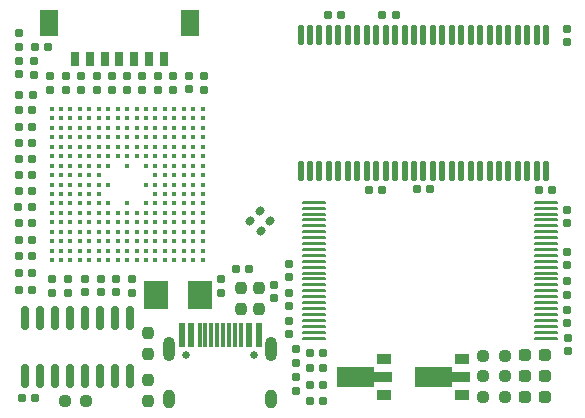
<source format=gts>
G04 #@! TF.GenerationSoftware,KiCad,Pcbnew,7.0.1-0*
G04 #@! TF.CreationDate,2023-05-01T16:00:43+08:00*
G04 #@! TF.ProjectId,slimarm_almond_mini,736c696d-6172-46d5-9f61-6c6d6f6e645f,rev?*
G04 #@! TF.SameCoordinates,Original*
G04 #@! TF.FileFunction,Soldermask,Top*
G04 #@! TF.FilePolarity,Negative*
%FSLAX46Y46*%
G04 Gerber Fmt 4.6, Leading zero omitted, Abs format (unit mm)*
G04 Created by KiCad (PCBNEW 7.0.1-0) date 2023-05-01 16:00:43*
%MOMM*%
%LPD*%
G01*
G04 APERTURE LIST*
G04 Aperture macros list*
%AMRoundRect*
0 Rectangle with rounded corners*
0 $1 Rounding radius*
0 $2 $3 $4 $5 $6 $7 $8 $9 X,Y pos of 4 corners*
0 Add a 4 corners polygon primitive as box body*
4,1,4,$2,$3,$4,$5,$6,$7,$8,$9,$2,$3,0*
0 Add four circle primitives for the rounded corners*
1,1,$1+$1,$2,$3*
1,1,$1+$1,$4,$5*
1,1,$1+$1,$6,$7*
1,1,$1+$1,$8,$9*
0 Add four rect primitives between the rounded corners*
20,1,$1+$1,$2,$3,$4,$5,0*
20,1,$1+$1,$4,$5,$6,$7,0*
20,1,$1+$1,$6,$7,$8,$9,0*
20,1,$1+$1,$8,$9,$2,$3,0*%
%AMFreePoly0*
4,1,9,3.862500,-0.866500,0.737500,-0.866500,0.737500,-0.450000,-0.737500,-0.450000,-0.737500,0.450000,0.737500,0.450000,0.737500,0.866500,3.862500,0.866500,3.862500,-0.866500,3.862500,-0.866500,$1*%
G04 Aperture macros list end*
%ADD10RoundRect,0.155000X0.212500X0.155000X-0.212500X0.155000X-0.212500X-0.155000X0.212500X-0.155000X0*%
%ADD11RoundRect,0.237500X-0.237500X0.250000X-0.237500X-0.250000X0.237500X-0.250000X0.237500X0.250000X0*%
%ADD12RoundRect,0.155000X-0.155000X0.212500X-0.155000X-0.212500X0.155000X-0.212500X0.155000X0.212500X0*%
%ADD13RoundRect,0.155000X-0.212500X-0.155000X0.212500X-0.155000X0.212500X0.155000X-0.212500X0.155000X0*%
%ADD14C,0.410000*%
%ADD15RoundRect,0.237500X0.287500X0.237500X-0.287500X0.237500X-0.287500X-0.237500X0.287500X-0.237500X0*%
%ADD16RoundRect,0.155000X0.155000X-0.212500X0.155000X0.212500X-0.155000X0.212500X-0.155000X-0.212500X0*%
%ADD17R,1.300000X0.900000*%
%ADD18FreePoly0,180.000000*%
%ADD19R,0.711200X1.270000*%
%ADD20R,1.600200X2.209800*%
%ADD21RoundRect,0.155000X-0.040659X-0.259862X0.259862X0.040659X0.040659X0.259862X-0.259862X-0.040659X0*%
%ADD22RoundRect,0.127000X0.127000X-0.719900X0.127000X0.719900X-0.127000X0.719900X-0.127000X-0.719900X0*%
%ADD23RoundRect,0.063500X0.952500X0.063500X-0.952500X0.063500X-0.952500X-0.063500X0.952500X-0.063500X0*%
%ADD24RoundRect,0.150000X0.150000X-0.825000X0.150000X0.825000X-0.150000X0.825000X-0.150000X-0.825000X0*%
%ADD25RoundRect,0.237500X0.237500X-0.250000X0.237500X0.250000X-0.237500X0.250000X-0.237500X-0.250000X0*%
%ADD26RoundRect,0.237500X-0.250000X-0.237500X0.250000X-0.237500X0.250000X0.237500X-0.250000X0.237500X0*%
%ADD27R,2.000000X2.400000*%
%ADD28C,0.650000*%
%ADD29R,0.600000X1.450000*%
%ADD30R,0.300000X2.000000*%
%ADD31R,0.600000X2.000000*%
%ADD32O,1.000000X2.100000*%
%ADD33O,1.000000X1.600000*%
G04 APERTURE END LIST*
D10*
G04 #@! TO.C,C48*
X48857500Y-44460000D03*
X47722500Y-44460000D03*
G04 #@! TD*
D11*
G04 #@! TO.C,R7*
X34000000Y-40057500D03*
X34000000Y-41882500D03*
G04 #@! TD*
D12*
G04 #@! TO.C,C21*
X25710000Y-18342500D03*
X25710000Y-19477500D03*
G04 #@! TD*
G04 #@! TO.C,C40*
X30950000Y-18322500D03*
X30950000Y-19457500D03*
G04 #@! TD*
D13*
G04 #@! TO.C,C14*
X49262500Y-13180000D03*
X50397500Y-13180000D03*
G04 #@! TD*
D12*
G04 #@! TO.C,C35*
X31310000Y-35500000D03*
X31310000Y-36635000D03*
G04 #@! TD*
D13*
G04 #@! TO.C,C43*
X23085000Y-25340000D03*
X24220000Y-25340000D03*
G04 #@! TD*
D14*
G04 #@! TO.C,IC1*
X38650000Y-21100000D03*
X38650000Y-21900000D03*
X38650000Y-22700000D03*
X38650000Y-23500000D03*
X38650000Y-24300000D03*
X38650000Y-25100000D03*
X38650000Y-25900000D03*
X38650000Y-26700000D03*
X38650000Y-27500000D03*
X38650000Y-28300000D03*
X38650000Y-29100000D03*
X38650000Y-29900000D03*
X38650000Y-30700000D03*
X38650000Y-31500000D03*
X38650000Y-32300000D03*
X38650000Y-33100000D03*
X38650000Y-33900000D03*
X37850000Y-21100000D03*
X37850000Y-21900000D03*
X37850000Y-22700000D03*
X37850000Y-23500000D03*
X37850000Y-24300000D03*
X37850000Y-25100000D03*
X37850000Y-25900000D03*
X37850000Y-26700000D03*
X37850000Y-27500000D03*
X37850000Y-28300000D03*
X37850000Y-29100000D03*
X37850000Y-29900000D03*
X37850000Y-30700000D03*
X37850000Y-31500000D03*
X37850000Y-32300000D03*
X37850000Y-33100000D03*
X37850000Y-33900000D03*
X37050000Y-21100000D03*
X37050000Y-21900000D03*
X37050000Y-22700000D03*
X37050000Y-23500000D03*
X37050000Y-24300000D03*
X37050000Y-25100000D03*
X37050000Y-25900000D03*
X37050000Y-26700000D03*
X37050000Y-27500000D03*
X37050000Y-28300000D03*
X37050000Y-29100000D03*
X37050000Y-29900000D03*
X37050000Y-30700000D03*
X37050000Y-31500000D03*
X37050000Y-32300000D03*
X37050000Y-33100000D03*
X37050000Y-33900000D03*
X36250000Y-21100000D03*
X36250000Y-21900000D03*
X36250000Y-22700000D03*
X36250000Y-23500000D03*
X36250000Y-24300000D03*
X36250000Y-25100000D03*
X36250000Y-25900000D03*
X36250000Y-26700000D03*
X36250000Y-27500000D03*
X36250000Y-28300000D03*
X36250000Y-29100000D03*
X36250000Y-29900000D03*
X36250000Y-30700000D03*
X36250000Y-31500000D03*
X36250000Y-32300000D03*
X36250000Y-33100000D03*
X36250000Y-33900000D03*
X35450000Y-21100000D03*
X35450000Y-21900000D03*
X35450000Y-22700000D03*
X35450000Y-23500000D03*
X35450000Y-24300000D03*
X35450000Y-25100000D03*
X35450000Y-25900000D03*
X35450000Y-26700000D03*
X35450000Y-27500000D03*
X35450000Y-28300000D03*
X35450000Y-29100000D03*
X35450000Y-29900000D03*
X35450000Y-30700000D03*
X35450000Y-31500000D03*
X35450000Y-32300000D03*
X35450000Y-33100000D03*
X35450000Y-33900000D03*
X34650000Y-21100000D03*
X34650000Y-21900000D03*
X34650000Y-22700000D03*
X34650000Y-23500000D03*
X34650000Y-24300000D03*
X34650000Y-25100000D03*
X34650000Y-25900000D03*
X34650000Y-26700000D03*
X34650000Y-27500000D03*
X34650000Y-28300000D03*
X34650000Y-29100000D03*
X34650000Y-29900000D03*
X34650000Y-30700000D03*
X34650000Y-31500000D03*
X34650000Y-32300000D03*
X34650000Y-33100000D03*
X34650000Y-33900000D03*
X33850000Y-21100000D03*
X33850000Y-21900000D03*
X33850000Y-22700000D03*
X33850000Y-23500000D03*
X33850000Y-24300000D03*
X33850000Y-25100000D03*
X33850000Y-25900000D03*
X33850000Y-27500000D03*
X33850000Y-29100000D03*
X33850000Y-29900000D03*
X33850000Y-30700000D03*
X33850000Y-31500000D03*
X33850000Y-32300000D03*
X33850000Y-33100000D03*
X33850000Y-33900000D03*
X33050000Y-21100000D03*
X33050000Y-21900000D03*
X33050000Y-22700000D03*
X33050000Y-23500000D03*
X33050000Y-24300000D03*
X33050000Y-25100000D03*
X33050000Y-29900000D03*
X33050000Y-30700000D03*
X33050000Y-31500000D03*
X33050000Y-32300000D03*
X33050000Y-33100000D03*
X33050000Y-33900000D03*
X32250000Y-21100000D03*
X32250000Y-21900000D03*
X32250000Y-22700000D03*
X32250000Y-23500000D03*
X32250000Y-24300000D03*
X32250000Y-25100000D03*
X32250000Y-25900000D03*
X32250000Y-29100000D03*
X32250000Y-29900000D03*
X32250000Y-30700000D03*
X32250000Y-31500000D03*
X32250000Y-32300000D03*
X32250000Y-33100000D03*
X32250000Y-33900000D03*
X31450000Y-21100000D03*
X31450000Y-21900000D03*
X31450000Y-22700000D03*
X31450000Y-23500000D03*
X31450000Y-24300000D03*
X31450000Y-25100000D03*
X31450000Y-29900000D03*
X31450000Y-30700000D03*
X31450000Y-31500000D03*
X31450000Y-32300000D03*
X31450000Y-33100000D03*
X31450000Y-33900000D03*
X30650000Y-21100000D03*
X30650000Y-21900000D03*
X30650000Y-22700000D03*
X30650000Y-23500000D03*
X30650000Y-24300000D03*
X30650000Y-25100000D03*
X30650000Y-25900000D03*
X30650000Y-27500000D03*
X30650000Y-29100000D03*
X30650000Y-29900000D03*
X30650000Y-30700000D03*
X30650000Y-31500000D03*
X30650000Y-32300000D03*
X30650000Y-33100000D03*
X30650000Y-33900000D03*
X29850000Y-21100000D03*
X29850000Y-21900000D03*
X29850000Y-22700000D03*
X29850000Y-23500000D03*
X29850000Y-24300000D03*
X29850000Y-25100000D03*
X29850000Y-25900000D03*
X29850000Y-26700000D03*
X29850000Y-27500000D03*
X29850000Y-28300000D03*
X29850000Y-29100000D03*
X29850000Y-29900000D03*
X29850000Y-30700000D03*
X29850000Y-31500000D03*
X29850000Y-32300000D03*
X29850000Y-33100000D03*
X29850000Y-33900000D03*
X29050000Y-21100000D03*
X29050000Y-21900000D03*
X29050000Y-22700000D03*
X29050000Y-23500000D03*
X29050000Y-24300000D03*
X29050000Y-25100000D03*
X29050000Y-25900000D03*
X29050000Y-26700000D03*
X29050000Y-27500000D03*
X29050000Y-28300000D03*
X29050000Y-29100000D03*
X29050000Y-29900000D03*
X29050000Y-30700000D03*
X29050000Y-31500000D03*
X29050000Y-32300000D03*
X29050000Y-33100000D03*
X29050000Y-33900000D03*
X28250000Y-21100000D03*
X28250000Y-21900000D03*
X28250000Y-22700000D03*
X28250000Y-23500000D03*
X28250000Y-24300000D03*
X28250000Y-25100000D03*
X28250000Y-25900000D03*
X28250000Y-26700000D03*
X28250000Y-27500000D03*
X28250000Y-28300000D03*
X28250000Y-29100000D03*
X28250000Y-29900000D03*
X28250000Y-30700000D03*
X28250000Y-31500000D03*
X28250000Y-32300000D03*
X28250000Y-33100000D03*
X28250000Y-33900000D03*
X27450000Y-21100000D03*
X27450000Y-21900000D03*
X27450000Y-22700000D03*
X27450000Y-23500000D03*
X27450000Y-24300000D03*
X27450000Y-25100000D03*
X27450000Y-25900000D03*
X27450000Y-26700000D03*
X27450000Y-27500000D03*
X27450000Y-28300000D03*
X27450000Y-29100000D03*
X27450000Y-29900000D03*
X27450000Y-30700000D03*
X27450000Y-31500000D03*
X27450000Y-32300000D03*
X27450000Y-33100000D03*
X27450000Y-33900000D03*
X26650000Y-21100000D03*
X26650000Y-21900000D03*
X26650000Y-22700000D03*
X26650000Y-23500000D03*
X26650000Y-24300000D03*
X26650000Y-25100000D03*
X26650000Y-25900000D03*
X26650000Y-26700000D03*
X26650000Y-27500000D03*
X26650000Y-28300000D03*
X26650000Y-29100000D03*
X26650000Y-29900000D03*
X26650000Y-30700000D03*
X26650000Y-31500000D03*
X26650000Y-32300000D03*
X26650000Y-33100000D03*
X26650000Y-33900000D03*
X25850000Y-21100000D03*
X25850000Y-21900000D03*
X25850000Y-22700000D03*
X25850000Y-23500000D03*
X25850000Y-24300000D03*
X25850000Y-25100000D03*
X25850000Y-25900000D03*
X25850000Y-26700000D03*
X25850000Y-27500000D03*
X25850000Y-28300000D03*
X25850000Y-29100000D03*
X25850000Y-29900000D03*
X25850000Y-30700000D03*
X25850000Y-31500000D03*
X25850000Y-32300000D03*
X25850000Y-33100000D03*
X25850000Y-33900000D03*
G04 #@! TD*
D15*
G04 #@! TO.C,D2*
X67645000Y-41962000D03*
X65895000Y-41962000D03*
G04 #@! TD*
D12*
G04 #@! TO.C,C18*
X38720000Y-18322500D03*
X38720000Y-19457500D03*
G04 #@! TD*
D16*
G04 #@! TO.C,C28*
X25880000Y-36647500D03*
X25880000Y-35512500D03*
G04 #@! TD*
D10*
G04 #@! TO.C,C26*
X57917500Y-27900000D03*
X56782500Y-27900000D03*
G04 #@! TD*
D16*
G04 #@! TO.C,C30*
X27250000Y-36647500D03*
X27250000Y-35512500D03*
G04 #@! TD*
D12*
G04 #@! TO.C,C11*
X69480000Y-29632500D03*
X69480000Y-30767500D03*
G04 #@! TD*
G04 #@! TO.C,C25*
X69530000Y-33192500D03*
X69530000Y-34327500D03*
G04 #@! TD*
D17*
G04 #@! TO.C,U6*
X54030000Y-45290000D03*
D18*
X53942500Y-43790000D03*
D17*
X54030000Y-42290000D03*
G04 #@! TD*
D12*
G04 #@! TO.C,C7*
X69550000Y-40472500D03*
X69550000Y-41607500D03*
G04 #@! TD*
G04 #@! TO.C,C41*
X36170000Y-18332500D03*
X36170000Y-19467500D03*
G04 #@! TD*
D10*
G04 #@! TO.C,C24*
X53857500Y-27980000D03*
X52722500Y-27980000D03*
G04 #@! TD*
D13*
G04 #@! TO.C,C45*
X23092500Y-21200000D03*
X24227500Y-21200000D03*
G04 #@! TD*
D16*
G04 #@! TO.C,R14*
X23060000Y-18177500D03*
X23060000Y-17042500D03*
G04 #@! TD*
G04 #@! TO.C,C12*
X40220000Y-36657500D03*
X40220000Y-35522500D03*
G04 #@! TD*
D13*
G04 #@! TO.C,C38*
X23055000Y-30794000D03*
X24190000Y-30794000D03*
G04 #@! TD*
D15*
G04 #@! TO.C,D3*
X67670000Y-45518000D03*
X65920000Y-45518000D03*
G04 #@! TD*
D12*
G04 #@! TO.C,C22*
X34870000Y-18322500D03*
X34870000Y-19457500D03*
G04 #@! TD*
D19*
G04 #@! TO.C,J3*
X27852900Y-16854000D03*
X29102900Y-16854000D03*
X30352900Y-16854000D03*
X31602900Y-16854000D03*
X32852900Y-16854000D03*
X34102900Y-16854000D03*
X35352900Y-16854000D03*
D20*
X37600000Y-13780000D03*
X25605800Y-13780000D03*
G04 #@! TD*
D12*
G04 #@! TO.C,C39*
X32230000Y-18322500D03*
X32230000Y-19457500D03*
G04 #@! TD*
D13*
G04 #@! TO.C,C50*
X47712500Y-43040000D03*
X48847500Y-43040000D03*
G04 #@! TD*
D10*
G04 #@! TO.C,C17*
X48867500Y-45800000D03*
X47732500Y-45800000D03*
G04 #@! TD*
D21*
G04 #@! TO.C,C3*
X42688717Y-30561283D03*
X43491283Y-29758717D03*
G04 #@! TD*
D22*
G04 #@! TO.C,U4*
X46937200Y-26351950D03*
X47737300Y-26351950D03*
X48537400Y-26351950D03*
X49337500Y-26351950D03*
X50137600Y-26351950D03*
X50937700Y-26351950D03*
X51737800Y-26351950D03*
X52537900Y-26351950D03*
X53338000Y-26351950D03*
X54138100Y-26351950D03*
X54938200Y-26351950D03*
X55738300Y-26351950D03*
X56538400Y-26351950D03*
X57338500Y-26351950D03*
X58138600Y-26351950D03*
X58938700Y-26351950D03*
X59738800Y-26351950D03*
X60538900Y-26351950D03*
X61339000Y-26351950D03*
X62139100Y-26351950D03*
X62939200Y-26351950D03*
X63739300Y-26351950D03*
X64539400Y-26351950D03*
X65339500Y-26351950D03*
X66139600Y-26351950D03*
X66939700Y-26351950D03*
X67739800Y-26351950D03*
X67739800Y-14871150D03*
X66939700Y-14871150D03*
X66139600Y-14871150D03*
X65339500Y-14871150D03*
X64539400Y-14871150D03*
X63739300Y-14871150D03*
X62939200Y-14871150D03*
X62139100Y-14871150D03*
X61339000Y-14871150D03*
X60538900Y-14871150D03*
X59738800Y-14871150D03*
X58938700Y-14871150D03*
X58138600Y-14871150D03*
X57338500Y-14871150D03*
X56538400Y-14871150D03*
X55738300Y-14871150D03*
X54938200Y-14871150D03*
X54138100Y-14871150D03*
X53338000Y-14871150D03*
X52537900Y-14871150D03*
X51737800Y-14871150D03*
X50937700Y-14871150D03*
X50137600Y-14871150D03*
X49337500Y-14871150D03*
X48537400Y-14871150D03*
X47737300Y-14871150D03*
X46937200Y-14871150D03*
G04 #@! TD*
D13*
G04 #@! TO.C,C37*
X23075000Y-26660000D03*
X24210000Y-26660000D03*
G04 #@! TD*
D10*
G04 #@! TO.C,C29*
X42607500Y-34670000D03*
X41472500Y-34670000D03*
G04 #@! TD*
D23*
G04 #@! TO.C,U5*
X67748150Y-40537499D03*
X67748150Y-40037500D03*
X67748150Y-39537501D03*
X67748150Y-39037499D03*
X67748150Y-38537500D03*
X67748150Y-38037501D03*
X67748150Y-37537500D03*
X67748150Y-37037501D03*
X67748150Y-36537499D03*
X67748150Y-36037500D03*
X67748150Y-35537501D03*
X67748150Y-35037500D03*
X67748150Y-34537500D03*
X67748150Y-34037499D03*
X67748150Y-33537500D03*
X67748150Y-33037501D03*
X67748150Y-32537499D03*
X67748150Y-32037500D03*
X67748150Y-31537499D03*
X67748150Y-31037500D03*
X67748150Y-30537501D03*
X67748150Y-30037499D03*
X67748150Y-29537500D03*
X67748150Y-29037499D03*
X48075850Y-29037501D03*
X48075850Y-29537500D03*
X48075850Y-30037499D03*
X48075850Y-30537501D03*
X48075850Y-31037500D03*
X48075850Y-31537501D03*
X48075850Y-32037500D03*
X48075850Y-32537499D03*
X48075850Y-33037501D03*
X48075850Y-33537500D03*
X48075850Y-34037502D03*
X48075850Y-34537500D03*
X48075850Y-35037500D03*
X48075850Y-35537501D03*
X48075850Y-36037500D03*
X48075850Y-36537499D03*
X48075850Y-37037501D03*
X48075850Y-37537500D03*
X48075850Y-38037501D03*
X48075850Y-38537500D03*
X48075850Y-39037499D03*
X48075850Y-39537501D03*
X48075850Y-40037500D03*
X48075850Y-40537501D03*
G04 #@! TD*
D13*
G04 #@! TO.C,C15*
X53852500Y-13160000D03*
X54987500Y-13160000D03*
G04 #@! TD*
D12*
G04 #@! TO.C,C51*
X44702000Y-36002500D03*
X44702000Y-37137500D03*
G04 #@! TD*
D24*
G04 #@! TO.C,U1*
X23565000Y-43715000D03*
X24835000Y-43715000D03*
X26105000Y-43715000D03*
X27375000Y-43715000D03*
X28645000Y-43715000D03*
X29915000Y-43715000D03*
X31185000Y-43715000D03*
X32455000Y-43715000D03*
X32455000Y-38765000D03*
X31185000Y-38765000D03*
X29915000Y-38765000D03*
X28645000Y-38765000D03*
X27375000Y-38765000D03*
X26105000Y-38765000D03*
X24835000Y-38765000D03*
X23565000Y-38765000D03*
G04 #@! TD*
D13*
G04 #@! TO.C,C42*
X23062500Y-33570000D03*
X24197500Y-33570000D03*
G04 #@! TD*
D12*
G04 #@! TO.C,C46*
X29670000Y-18332500D03*
X29670000Y-19467500D03*
G04 #@! TD*
D25*
G04 #@! TO.C,R12*
X34000000Y-45852500D03*
X34000000Y-44027500D03*
G04 #@! TD*
D16*
G04 #@! TO.C,R15*
X24360000Y-18187500D03*
X24360000Y-17052500D03*
G04 #@! TD*
D13*
G04 #@! TO.C,C31*
X23062500Y-32170000D03*
X24197500Y-32170000D03*
G04 #@! TD*
D12*
G04 #@! TO.C,C19*
X27040000Y-18332500D03*
X27040000Y-19467500D03*
G04 #@! TD*
G04 #@! TO.C,C2*
X28650000Y-35502500D03*
X28650000Y-36637500D03*
G04 #@! TD*
D26*
G04 #@! TO.C,R13*
X26957500Y-45830000D03*
X28782500Y-45830000D03*
G04 #@! TD*
D12*
G04 #@! TO.C,C13*
X45920000Y-34222500D03*
X45920000Y-35357500D03*
G04 #@! TD*
D11*
G04 #@! TO.C,R2*
X43376000Y-36240000D03*
X43376000Y-38065000D03*
G04 #@! TD*
D16*
G04 #@! TO.C,C7*
X69530000Y-15437500D03*
X69530000Y-14302500D03*
G04 #@! TD*
D13*
G04 #@! TO.C,C33*
X23092500Y-22590000D03*
X24227500Y-22590000D03*
G04 #@! TD*
D15*
G04 #@! TO.C,D1*
X67670000Y-43740000D03*
X65920000Y-43740000D03*
G04 #@! TD*
D12*
G04 #@! TO.C,C47*
X28380000Y-18322500D03*
X28380000Y-19457500D03*
G04 #@! TD*
G04 #@! TO.C,C23*
X33540000Y-18322500D03*
X33540000Y-19457500D03*
G04 #@! TD*
G04 #@! TO.C,C1*
X30000000Y-35502500D03*
X30000000Y-36637500D03*
G04 #@! TD*
D27*
G04 #@! TO.C,Y1*
X34700000Y-36890000D03*
X38400000Y-36890000D03*
G04 #@! TD*
D13*
G04 #@! TO.C,C27*
X67092500Y-27950000D03*
X68227500Y-27950000D03*
G04 #@! TD*
D16*
G04 #@! TO.C,R11*
X46560000Y-44967500D03*
X46560000Y-43832500D03*
G04 #@! TD*
D25*
G04 #@! TO.C,R1*
X41852000Y-38065000D03*
X41852000Y-36240000D03*
G04 #@! TD*
D21*
G04 #@! TO.C,C5*
X43568717Y-31401283D03*
X44371283Y-30598717D03*
G04 #@! TD*
D13*
G04 #@! TO.C,C49*
X47732500Y-41780000D03*
X48867500Y-41780000D03*
G04 #@! TD*
D16*
G04 #@! TO.C,C6*
X32700000Y-36647500D03*
X32700000Y-35512500D03*
G04 #@! TD*
D17*
G04 #@! TO.C,U7*
X60590000Y-45300000D03*
D18*
X60502500Y-43800000D03*
D17*
X60590000Y-42300000D03*
G04 #@! TD*
D13*
G04 #@! TO.C,C9*
X23072500Y-36420000D03*
X24207500Y-36420000D03*
G04 #@! TD*
D16*
G04 #@! TO.C,R8*
X46540000Y-42587500D03*
X46540000Y-41452500D03*
G04 #@! TD*
D28*
G04 #@! TO.C,J4*
X37240000Y-41970000D03*
X43020000Y-41970000D03*
D29*
X36880000Y-40525000D03*
X37680000Y-40525000D03*
D30*
X38880000Y-40222500D03*
X39880000Y-40222500D03*
X40380000Y-40222500D03*
X41380000Y-40222500D03*
D29*
X42580000Y-40525000D03*
X43380000Y-40525000D03*
D31*
X43380000Y-40222500D03*
X42580000Y-40222500D03*
D30*
X41880000Y-40222500D03*
X40880000Y-40222500D03*
X39380000Y-40222500D03*
X38380000Y-40222500D03*
D31*
X37680000Y-40222500D03*
X36880000Y-40222500D03*
D32*
X35810000Y-41440000D03*
D33*
X35810000Y-45620000D03*
D32*
X44450000Y-41440000D03*
D33*
X44450000Y-45620000D03*
G04 #@! TD*
D12*
G04 #@! TO.C,R20*
X45920000Y-36662500D03*
X45920000Y-37797500D03*
G04 #@! TD*
D26*
G04 #@! TO.C,R5*
X62407500Y-42012000D03*
X64232500Y-42012000D03*
G04 #@! TD*
D13*
G04 #@! TO.C,C16*
X23332500Y-45550000D03*
X24467500Y-45550000D03*
G04 #@! TD*
D12*
G04 #@! TO.C,R10*
X45970000Y-39022500D03*
X45970000Y-40157500D03*
G04 #@! TD*
G04 #@! TO.C,C34*
X37490000Y-18312500D03*
X37490000Y-19447500D03*
G04 #@! TD*
G04 #@! TO.C,R17*
X23070000Y-14682500D03*
X23070000Y-15817500D03*
G04 #@! TD*
D26*
G04 #@! TO.C,R6*
X62407500Y-45512000D03*
X64232500Y-45512000D03*
G04 #@! TD*
D13*
G04 #@! TO.C,C32*
X23112500Y-19890000D03*
X24247500Y-19890000D03*
G04 #@! TD*
G04 #@! TO.C,C20*
X23035000Y-29440000D03*
X24170000Y-29440000D03*
G04 #@! TD*
D12*
G04 #@! TO.C,R3*
X69530000Y-35692500D03*
X69530000Y-36827500D03*
G04 #@! TD*
D13*
G04 #@! TO.C,C36*
X23092500Y-35010000D03*
X24227500Y-35010000D03*
G04 #@! TD*
G04 #@! TO.C,C4*
X23065000Y-28080000D03*
X24200000Y-28080000D03*
G04 #@! TD*
G04 #@! TO.C,C44*
X23062500Y-23990000D03*
X24197500Y-23990000D03*
G04 #@! TD*
D26*
G04 #@! TO.C,R4*
X62414500Y-43740000D03*
X64239500Y-43740000D03*
G04 #@! TD*
D13*
G04 #@! TO.C,R16*
X24412500Y-15840000D03*
X25547500Y-15840000D03*
G04 #@! TD*
D12*
G04 #@! TO.C,R9*
X69530000Y-38092500D03*
X69530000Y-39227500D03*
G04 #@! TD*
M02*

</source>
